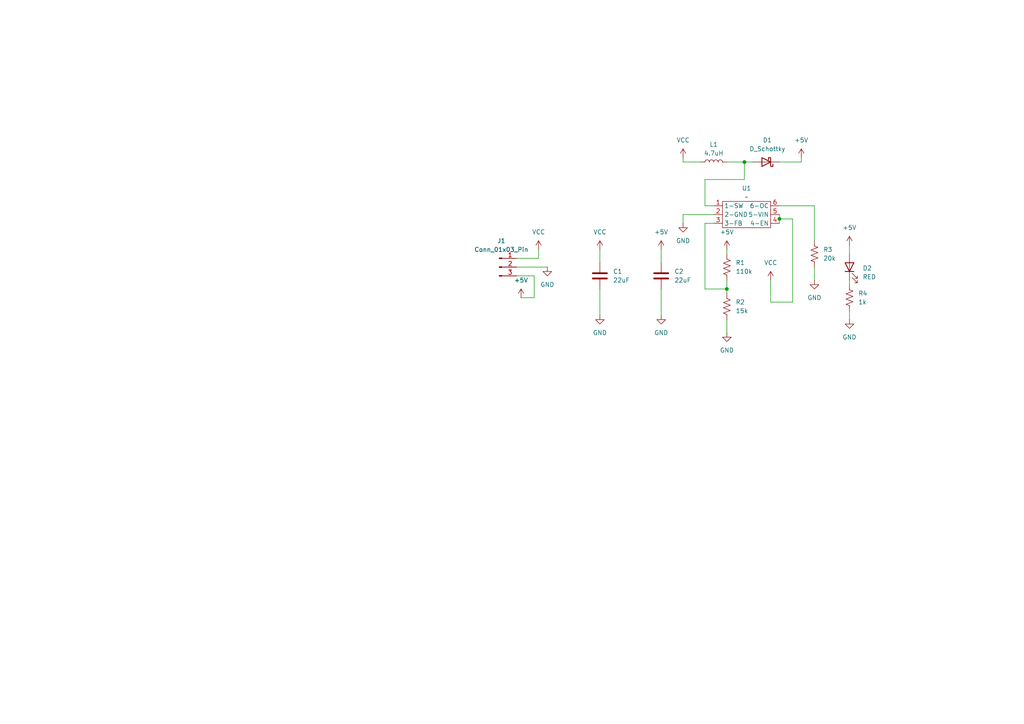
<source format=kicad_sch>
(kicad_sch (version 20250114) (generator "eeschema") (generator_version "9.0")
  (paper "A4")
  (lib_symbols
    (symbol "Connector:Conn_01x03_Pin" (pin_names (offset 1.016) (hide yes))
      (property "Reference" "J" (at 0 5.08 0))
      (property "Value" "Conn_01x03_Pin" (at 0 -5.08 0))
      (symbol "Conn_01x03_Pin_1_1"
        (rectangle (start 0.8636 2.667) (end 0 2.413) (stroke (width 0.1524)) (fill (type outline)))
        (rectangle (start 0.8636 0.127) (end 0 -0.127) (stroke (width 0.1524)) (fill (type outline)))
        (rectangle (start 0.8636 -2.413) (end 0 -2.667) (stroke (width 0.1524)) (fill (type outline)))
        (polyline (pts (xy 1.27 2.54) (xy 0.8636 2.54)) (stroke (width 0.1524)))
        (polyline (pts (xy 1.27 0) (xy 0.8636 0)) (stroke (width 0.1524)))
        (polyline (pts (xy 1.27 -2.54) (xy 0.8636 -2.54)) (stroke (width 0.1524)))
        (pin passive line (at 5.08 2.54 180) (length 3.81) (name "Pin_1") (number "1"))
        (pin passive line (at 5.08 0 180) (length 3.81) (name "Pin_2") (number "2"))
        (pin passive line (at 5.08 -2.54 180) (length 3.81) (name "Pin_3") (number "3"))
      )
    )
    (symbol "Device:C" (pin_numbers (hide yes)) (pin_names (offset 0.254))
      (property "Reference" "C" (at 0.635 2.54 0))
      (property "Value" "C" (at 0.635 -2.54 0))
      (symbol "C_0_1"
        (polyline (pts (xy -2.032 0.762) (xy 2.032 0.762)) (stroke (width 0.508)))
        (polyline (pts (xy -2.032 -0.762) (xy 2.032 -0.762)) (stroke (width 0.508)))
      )
      (symbol "C_1_1"
        (pin passive line (at 0 3.81 270) (length 2.794) (name "~") (number "1"))
        (pin passive line (at 0 -3.81 90) (length 2.794) (name "~") (number "2"))
      )
    )
    (symbol "Device:D_Schottky" (pin_numbers (hide yes)) (pin_names (offset 1.016) (hide yes))
      (property "Reference" "D" (at 0 2.54 0))
      (property "Value" "D_Schottky" (at 0 -2.54 0))
      (symbol "D_Schottky_0_1"
        (polyline (pts (xy -1.905 0.635) (xy -1.905 1.27) (xy -1.27 1.27) (xy -1.27 -1.27) (xy -0.635 -1.27) (xy -0.635 -0.635)) (stroke (width 0.254)))
        (polyline (pts (xy 1.27 1.27) (xy 1.27 -1.27) (xy -1.27 0) (xy 1.27 1.27)) (stroke (width 0.254)))
        (polyline (pts (xy 1.27 0) (xy -1.27 0)))
      )
      (symbol "D_Schottky_1_1"
        (pin passive line (at -3.81 0 0) (length 2.54) (name "K") (number "1"))
        (pin passive line (at 3.81 0 180) (length 2.54) (name "A") (number "2"))
      )
    )
    (symbol "Device:L" (pin_numbers (hide yes)) (pin_names (offset 1.016) (hide yes))
      (property "Reference" "L" (at -1.27 0 90))
      (property "Value" "L" (at 1.905 0 90))
      (symbol "L_0_1"
        (arc (start 0 2.54) (mid 0.6323 1.905) (end 0 1.27))
        (arc (start 0 1.27) (mid 0.6323 0.635) (end 0 0))
        (arc (start 0 0) (mid 0.6323 -0.635) (end 0 -1.27))
        (arc (start 0 -1.27) (mid 0.6323 -1.905) (end 0 -2.54))
      )
      (symbol "L_1_1"
        (pin passive line (at 0 3.81 270) (length 1.27) (name "1") (number "1"))
        (pin passive line (at 0 -3.81 90) (length 1.27) (name "2") (number "2"))
      )
    )
    (symbol "Device:LED" (pin_numbers (hide yes)) (pin_names (offset 1.016) (hide yes))
      (property "Reference" "D" (at 0 2.54 0))
      (property "Value" "LED" (at 0 -2.54 0))
      (symbol "LED_0_1"
        (polyline (pts (xy -3.048 -0.762) (xy -4.572 -2.286) (xy -3.81 -2.286) (xy -4.572 -2.286) (xy -4.572 -1.524)))
        (polyline (pts (xy -1.778 -0.762) (xy -3.302 -2.286) (xy -2.54 -2.286) (xy -3.302 -2.286) (xy -3.302 -1.524)))
        (polyline (pts (xy -1.27 0) (xy 1.27 0)))
        (polyline (pts (xy -1.27 -1.27) (xy -1.27 1.27)) (stroke (width 0.254)))
        (polyline (pts (xy 1.27 -1.27) (xy 1.27 1.27) (xy -1.27 0) (xy 1.27 -1.27)) (stroke (width 0.254)))
      )
      (symbol "LED_1_1"
        (pin passive line (at -3.81 0 0) (length 2.54) (name "K") (number "1"))
        (pin passive line (at 3.81 0 180) (length 2.54) (name "A") (number "2"))
      )
    )
    (symbol "Device:R_US" (pin_numbers (hide yes)) (pin_names (offset 0))
      (property "Reference" "R" (at 2.54 0 90))
      (property "Value" "R_US" (at -2.54 0 90))
      (symbol "R_US_0_1"
        (polyline (pts (xy 0 2.286) (xy 0 2.54)))
        (polyline (pts (xy 0 2.286) (xy 1.016 1.905) (xy 0 1.524) (xy -1.016 1.143) (xy 0 0.762)))
        (polyline (pts (xy 0 0.762) (xy 1.016 0.381) (xy 0 0) (xy -1.016 -0.381) (xy 0 -0.762)))
        (polyline (pts (xy 0 -0.762) (xy 1.016 -1.143) (xy 0 -1.524) (xy -1.016 -1.905) (xy 0 -2.286)))
        (polyline (pts (xy 0 -2.286) (xy 0 -2.54)))
      )
      (symbol "R_US_1_1"
        (pin passive line (at 0 3.81 270) (length 1.27) (name "~") (number "1"))
        (pin passive line (at 0 -3.81 90) (length 1.27) (name "~") (number "2"))
      )
    )
    (symbol "Sensor:ErenReg"
      (property "Reference" "U" (at 0 0 0))
      (symbol "ErenReg_0_1"
        (polyline (pts (xy -6.35 7.62) (xy 7.62 7.62) (xy 7.62 0) (xy -6.35 0) (xy -6.35 7.62)))
      )
      (symbol "ErenReg_1_1"
        (pin input line (at -8.89 6.35 0) (length 2.54) (name "1-SW") (number "1"))
        (pin input line (at -8.89 3.81 0) (length 2.54) (name "2-GND") (number "2"))
        (pin input line (at -8.89 1.27 0) (length 2.54) (name "3-FB") (number "3"))
        (pin input line (at 10.16 6.35 180) (length 2.54) (name "6-OC") (number "6"))
        (pin input line (at 10.16 3.81 180) (length 2.54) (name "5-VIN") (number "5"))
        (pin input line (at 10.16 1.27 180) (length 2.54) (name "4-EN") (number "4"))
      )
    )
    (symbol "power:+5V" (power) (pin_numbers (hide yes)) (pin_names (offset 0) (hide yes))
      (property "Value" "+5V" (at 0 3.556 0))
      (symbol "+5V_0_1"
        (polyline (pts (xy -0.762 1.27) (xy 0 2.54)))
        (polyline (pts (xy 0 2.54) (xy 0.762 1.27)))
        (polyline (pts (xy 0 0) (xy 0 2.54)))
      )
      (symbol "+5V_1_1"
        (pin power_in line (at 0 0 90) (length 0) (name "~") (number "1"))
      )
    )
    (symbol "power:GND" (power) (pin_numbers (hide yes)) (pin_names (offset 0) (hide yes))
      (property "Value" "GND" (at 0 -3.81 0))
      (symbol "GND_0_1"
        (polyline (pts (xy 0 0) (xy 0 -1.27) (xy 1.27 -1.27) (xy 0 -2.54) (xy -1.27 -1.27) (xy 0 -1.27)))
      )
      (symbol "GND_1_1"
        (pin power_in line (at 0 0 270) (length 0) (name "~") (number "1"))
      )
    )
    (symbol "power:VCC" (power) (pin_numbers (hide yes)) (pin_names (offset 0) (hide yes))
      (property "Value" "VCC" (at 0 3.556 0))
      (symbol "VCC_0_1"
        (polyline (pts (xy -0.762 1.27) (xy 0 2.54)))
        (polyline (pts (xy 0 2.54) (xy 0.762 1.27)))
        (polyline (pts (xy 0 0) (xy 0 2.54)))
      )
      (symbol "VCC_1_1"
        (pin power_in line (at 0 0 90) (length 0) (name "~") (number "1"))
      )
    )
  )
  (junction (at 226.06 63.5))
  (junction (at 210.82 83.82))
  (junction (at 215.9 46.99))
  (wire (pts (xy 210.82 72.39) (xy 210.82 73.66)))
  (wire (pts (xy 226.06 62.23) (xy 226.06 63.5)))
  (wire (pts (xy 226.06 46.99) (xy 232.41 46.99)))
  (wire (pts (xy 191.77 72.39) (xy 191.77 76.2)))
  (wire (pts (xy 229.87 87.63) (xy 223.52 87.63)))
  (wire (pts (xy 210.82 46.99) (xy 215.9 46.99)))
  (wire (pts (xy 149.86 77.47) (xy 158.75 77.47)))
  (wire (pts (xy 204.47 64.77) (xy 204.47 83.82)))
  (wire (pts (xy 149.86 80.01) (xy 154.94 80.01)))
  (wire (pts (xy 215.9 46.99) (xy 215.9 52.07)))
  (wire (pts (xy 156.21 74.93) (xy 156.21 72.39)))
  (wire (pts (xy 204.47 52.07) (xy 204.47 59.69)))
  (wire (pts (xy 154.94 86.36) (xy 151.13 86.36)))
  (wire (pts (xy 191.77 83.82) (xy 191.77 91.44)))
  (wire (pts (xy 204.47 59.69) (xy 207.01 59.69)))
  (wire (pts (xy 246.38 71.12) (xy 246.38 73.66)))
  (wire (pts (xy 198.12 46.99) (xy 203.2 46.99)))
  (wire (pts (xy 198.12 45.72) (xy 198.12 46.99)))
  (wire (pts (xy 210.82 83.82) (xy 210.82 85.09)))
  (wire (pts (xy 246.38 81.28) (xy 246.38 82.55)))
  (wire (pts (xy 236.22 59.69) (xy 236.22 69.85)))
  (wire (pts (xy 232.41 46.99) (xy 232.41 45.72)))
  (wire (pts (xy 173.99 72.39) (xy 173.99 76.2)))
  (wire (pts (xy 210.82 92.71) (xy 210.82 96.52)))
  (wire (pts (xy 207.01 62.23) (xy 198.12 62.23)))
  (wire (pts (xy 154.94 80.01) (xy 154.94 86.36)))
  (wire (pts (xy 215.9 52.07) (xy 204.47 52.07)))
  (wire (pts (xy 226.06 59.69) (xy 236.22 59.69)))
  (wire (pts (xy 149.86 74.93) (xy 156.21 74.93)))
  (wire (pts (xy 204.47 83.82) (xy 210.82 83.82)))
  (wire (pts (xy 210.82 81.28) (xy 210.82 83.82)))
  (wire (pts (xy 236.22 77.47) (xy 236.22 81.28)))
  (wire (pts (xy 229.87 63.5) (xy 229.87 87.63)))
  (wire (pts (xy 226.06 63.5) (xy 226.06 64.77)))
  (wire (pts (xy 246.38 90.17) (xy 246.38 92.71)))
  (wire (pts (xy 223.52 81.28) (xy 223.52 87.63)))
  (wire (pts (xy 226.06 63.5) (xy 229.87 63.5)))
  (wire (pts (xy 173.99 83.82) (xy 173.99 91.44)))
  (wire (pts (xy 198.12 62.23) (xy 198.12 64.77)))
  (wire (pts (xy 207.01 64.77) (xy 204.47 64.77)))
  (wire (pts (xy 215.9 46.99) (xy 218.44 46.99)))
  (symbol (lib_id "Device:R_US") (at 210.82 88.9 0) (unit 1)
    (property "Reference" "R2" (at 213.36 87.6299 0) (effects (justify left)))
    (property "Value" "15k" (at 213.36 90.1699 0) (effects (justify left)))
    (property "Footprint" "Resistor_SMD:R_0805_2012Metric" (effects (hide yes)))
    (property "Description" "Resistor, US symbol" (effects (hide yes)))
  )
  (symbol (lib_id "Device:C") (at 173.99 80.01 0) (unit 1)
    (property "Reference" "C1" (at 177.8 78.7399 0) (effects (justify left)))
    (property "Value" "22uF" (at 177.8 81.2799 0) (effects (justify left)))
    (property "Footprint" "Capacitor_SMD:C_0805_2012Metric" (effects (hide yes)))
    (property "Description" "Unpolarized capacitor" (effects (hide yes)))
  )
  (symbol (lib_id "power:GND") (at 158.75 77.47 0) (unit 1)
    (property "Reference" "#PWR010" (effects (hide yes)))
    (property "Value" "GND" (at 158.75 82.55 0))
    (property "Description" "Power symbol creates a global label with name \"GND\" , ground" (effects (hide yes)))
  )
  (symbol (lib_id "power:+5V") (at 232.41 45.72 0) (unit 1)
    (property "Reference" "#PWR015" (effects (hide yes)))
    (property "Value" "+5V" (at 232.41 40.64 0))
    (property "Description" "Power symbol creates a global label with name \"+5V\"" (effects (hide yes)))
  )
  (symbol (lib_id "power:+5V") (at 191.77 72.39 0) (unit 1)
    (property "Reference" "#PWR06" (effects (hide yes)))
    (property "Value" "+5V" (at 191.77 67.31 0))
    (property "Description" "Power symbol creates a global label with name \"+5V\"" (effects (hide yes)))
  )
  (symbol (lib_id "Device:C") (at 191.77 80.01 0) (unit 1)
    (property "Reference" "C2" (at 195.58 78.7399 0) (effects (justify left)))
    (property "Value" "22uF" (at 195.58 81.2799 0) (effects (justify left)))
    (property "Footprint" "Capacitor_SMD:C_0805_2012Metric" (effects (hide yes)))
    (property "Description" "Unpolarized capacitor" (effects (hide yes)))
  )
  (symbol (lib_id "power:GND") (at 236.22 81.28 0) (unit 1)
    (property "Reference" "#PWR03" (effects (hide yes)))
    (property "Value" "GND" (at 236.22 86.36 0))
    (property "Description" "Power symbol creates a global label with name \"GND\" , ground" (effects (hide yes)))
  )
  (symbol (lib_id "power:VCC") (at 173.99 72.39 0) (unit 1)
    (property "Reference" "#PWR04" (effects (hide yes)))
    (property "Value" "VCC" (at 173.99 67.31 0))
    (property "Description" "Power symbol creates a global label with name \"VCC\"" (effects (hide yes)))
  )
  (symbol (lib_id "Device:LED") (at 246.38 77.47 90) (unit 1)
    (property "Reference" "D2" (at 250.19 77.7874 90) (effects (justify right)))
    (property "Value" "RED" (at 250.19 80.3274 90) (effects (justify right)))
    (property "Footprint" "LED_SMD:LED_0402_1005Metric" (effects (hide yes)))
    (property "Description" "Light emitting diode" (effects (hide yes)))
    (property "Sim.Pins" "1=K 2=A" (effects (hide yes)))
  )
  (symbol (lib_id "Device:D_Schottky") (at 222.25 46.99 180) (unit 1)
    (property "Reference" "D1" (at 222.5675 40.64 0))
    (property "Value" "D_Schottky" (at 222.5675 43.18 0))
    (property "Footprint" "Diode_SMD:D_SOD-123" (effects (hide yes)))
    (property "Description" "Schottky diode" (effects (hide yes)))
  )
  (symbol (lib_id "power:+5V") (at 246.38 71.12 0) (unit 1)
    (property "Reference" "#PWR02" (effects (hide yes)))
    (property "Value" "+5V" (at 246.38 66.04 0))
    (property "Description" "Power symbol creates a global label with name \"+5V\"" (effects (hide yes)))
  )
  (symbol (lib_id "power:GND") (at 198.12 64.77 0) (unit 1)
    (property "Reference" "#PWR012" (effects (hide yes)))
    (property "Value" "GND" (at 198.12 69.85 0))
    (property "Description" "Power symbol creates a global label with name \"GND\" , ground" (effects (hide yes)))
  )
  (symbol (lib_id "Device:R_US") (at 236.22 73.66 0) (unit 1)
    (property "Reference" "R3" (at 238.76 72.3899 0) (effects (justify left)))
    (property "Value" "20k" (at 238.76 74.9299 0) (effects (justify left)))
    (property "Footprint" "Resistor_SMD:R_0805_2012Metric" (effects (hide yes)))
    (property "Description" "Resistor, US symbol" (effects (hide yes)))
  )
  (symbol (lib_id "power:+5V") (at 151.13 86.36 0) (unit 1)
    (property "Reference" "#PWR09" (effects (hide yes)))
    (property "Value" "+5V" (at 151.13 81.28 0))
    (property "Description" "Power symbol creates a global label with name \"+5V\"" (effects (hide yes)))
  )
  (symbol (lib_id "power:GND") (at 246.38 92.71 0) (unit 1)
    (property "Reference" "#PWR01" (effects (hide yes)))
    (property "Value" "GND" (at 246.38 97.79 0))
    (property "Description" "Power symbol creates a global label with name \"GND\" , ground" (effects (hide yes)))
  )
  (symbol (lib_id "power:VCC") (at 198.12 45.72 0) (unit 1)
    (property "Reference" "#PWR016" (effects (hide yes)))
    (property "Value" "VCC" (at 198.12 40.64 0))
    (property "Description" "Power symbol creates a global label with name \"VCC\"" (effects (hide yes)))
  )
  (symbol (lib_id "Device:L") (at 207.01 46.99 90) (unit 1)
    (property "Reference" "L1" (at 207.01 41.91 90))
    (property "Value" "4.7uH" (at 207.01 44.45 90))
    (property "Footprint" "Inductor_SMD:L_0805_2012Metric" (effects (hide yes)))
    (property "Description" "Inductor" (effects (hide yes)))
  )
  (symbol (lib_id "Connector:Conn_01x03_Pin") (at 144.78 77.47 0) (unit 1)
    (property "Reference" "J1" (at 145.415 69.85 0))
    (property "Value" "Conn_01x03_Pin" (at 145.415 72.39 0))
    (property "Footprint" "Connector_PinSocket_2.54mm:PinSocket_1x03_P2.54mm_Vertical" (effects (hide yes)))
    (property "Description" "Generic connector, single row, 01x03, script generated" (effects (hide yes)))
  )
  (symbol (lib_id "power:+5V") (at 210.82 72.39 0) (unit 1)
    (property "Reference" "#PWR014" (effects (hide yes)))
    (property "Value" "+5V" (at 210.82 67.31 0))
    (property "Description" "Power symbol creates a global label with name \"+5V\"" (effects (hide yes)))
  )
  (symbol (lib_id "power:GND") (at 173.99 91.44 0) (unit 1)
    (property "Reference" "#PWR05" (effects (hide yes)))
    (property "Value" "GND" (at 173.99 96.52 0))
    (property "Description" "Power symbol creates a global label with name \"GND\" , ground" (effects (hide yes)))
  )
  (symbol (lib_id "power:GND") (at 210.82 96.52 0) (unit 1)
    (property "Reference" "#PWR013" (effects (hide yes)))
    (property "Value" "GND" (at 210.82 101.6 0))
    (property "Description" "Power symbol creates a global label with name \"GND\" , ground" (effects (hide yes)))
  )
  (symbol (lib_id "Device:R_US") (at 210.82 77.47 0) (unit 1)
    (property "Reference" "R1" (at 213.36 76.1999 0) (effects (justify left)))
    (property "Value" "110k" (at 213.36 78.7399 0) (effects (justify left)))
    (property "Footprint" "Resistor_SMD:R_0805_2012Metric" (effects (hide yes)))
    (property "Description" "Resistor, US symbol" (effects (hide yes)))
  )
  (symbol (lib_id "power:VCC") (at 156.21 72.39 0) (unit 1)
    (property "Reference" "#PWR08" (effects (hide yes)))
    (property "Value" "VCC" (at 156.21 67.31 0))
    (property "Description" "Power symbol creates a global label with name \"VCC\"" (effects (hide yes)))
  )
  (symbol (lib_id "Device:R_US") (at 246.38 86.36 0) (unit 1)
    (property "Reference" "R4" (at 248.92 85.0899 0) (effects (justify left)))
    (property "Value" "1k" (at 248.92 87.6299 0) (effects (justify left)))
    (property "Footprint" "Resistor_SMD:R_0805_2012Metric" (effects (hide yes)))
    (property "Description" "Resistor, US symbol" (effects (hide yes)))
  )
  (symbol (lib_id "Sensor:ErenReg") (at 215.9 66.04 0) (unit 1)
    (property "Reference" "U1" (at 216.535 54.61 0))
    (property "Value" "~" (at 216.535 57.15 0))
    (property "Footprint" "Connector_PinSocket_1.27mm:PinSocket_2x03_P1.27mm_Vertical_SMD" (effects (hide yes)))
  )
  (symbol (lib_id "power:VCC") (at 223.52 81.28 0) (unit 1)
    (property "Reference" "#PWR011" (effects (hide yes)))
    (property "Value" "VCC" (at 223.52 76.2 0))
    (property "Description" "Power symbol creates a global label with name \"VCC\"" (effects (hide yes)))
  )
  (symbol (lib_id "power:GND") (at 191.77 91.44 0) (unit 1)
    (property "Reference" "#PWR07" (effects (hide yes)))
    (property "Value" "GND" (at 191.77 96.52 0))
    (property "Description" "Power symbol creates a global label with name \"GND\" , ground" (effects (hide yes)))
  )
)
</source>
